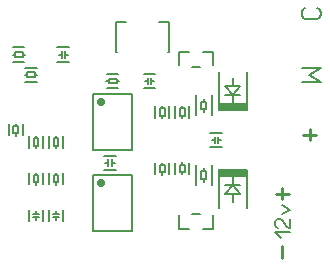
<source format=gbr>
%FSLAX34Y34*%
%MOMM*%
%LNSILK_TOP*%
G71*
G01*
%ADD10C, 0.150*%
%ADD11C, 0.700*%
%ADD12C, 0.222*%
%ADD13C, 0.200*%
%ADD14C, 0.244*%
%ADD15C, 0.167*%
%LPD*%
G54D10*
X170250Y-50000D02*
X161500Y-50000D01*
X161500Y-61500D01*
G54D10*
X181900Y-50000D02*
X190650Y-50000D01*
X190650Y-61500D01*
G54D10*
X172250Y-62750D02*
X179750Y-62750D01*
G54D10*
X181750Y-200000D02*
X190500Y-200000D01*
X190500Y-188500D01*
G54D10*
X170100Y-200000D02*
X161350Y-200000D01*
X161350Y-188500D01*
G54D10*
X179750Y-187250D02*
X172250Y-187250D01*
G54D10*
X158500Y-96250D02*
X158500Y-106000D01*
G54D10*
X170500Y-96250D02*
X170500Y-106000D01*
G54D10*
X164500Y-96000D02*
X164500Y-97750D01*
X162500Y-97750D01*
X162500Y-104250D01*
X166500Y-104250D01*
X166500Y-97750D01*
X164500Y-97750D01*
G54D10*
X164500Y-106250D02*
X164500Y-104250D01*
G54D10*
X170500Y-153750D02*
X170500Y-144000D01*
G54D10*
X158500Y-153750D02*
X158500Y-144000D01*
G54D10*
X164500Y-154000D02*
X164500Y-152250D01*
X166500Y-152250D01*
X166500Y-145750D01*
X162500Y-145750D01*
X162500Y-152250D01*
X164500Y-152250D01*
G54D10*
X164500Y-143750D02*
X164500Y-145750D01*
G54D10*
X88800Y-85650D02*
X122050Y-85650D01*
X122050Y-133150D01*
X88800Y-133150D01*
X88800Y-85650D01*
X96000Y-92500D02*
G54D11*
D03*
G54D10*
X98250Y-150000D02*
X108000Y-150000D01*
G54D10*
X98250Y-138000D02*
X108000Y-138000D01*
G54D10*
X104500Y-146750D02*
X104500Y-141250D01*
G54D10*
X101750Y-146750D02*
X101750Y-141250D01*
G54D10*
X101000Y-144000D02*
X99250Y-144000D01*
G54D10*
X107250Y-144000D02*
X105250Y-144000D01*
G54D10*
X110250Y-69000D02*
X100500Y-69000D01*
G54D10*
X110250Y-81000D02*
X100500Y-81000D01*
G54D10*
X110500Y-75000D02*
X108750Y-75000D01*
X108750Y-73000D01*
X102250Y-73000D01*
X102250Y-77000D01*
X108750Y-77000D01*
X108750Y-75000D01*
G54D10*
X100250Y-75000D02*
X102250Y-75000D01*
G54D10*
X88800Y-154650D02*
X122050Y-154650D01*
X122050Y-202150D01*
X88800Y-202150D01*
X88800Y-154650D01*
X96000Y-161500D02*
G54D11*
D03*
G54D10*
X175803Y-146022D02*
X175803Y-163022D01*
G54D10*
X189803Y-146022D02*
X189803Y-163022D01*
G54D10*
X182678Y-148772D02*
X182678Y-151272D01*
X180678Y-151272D01*
X180678Y-157772D01*
X184678Y-157772D01*
X184678Y-151272D01*
X182678Y-151272D01*
G54D10*
X182678Y-160272D02*
X182678Y-157772D01*
G54D10*
X175803Y-87022D02*
X175803Y-104022D01*
G54D10*
X189803Y-87022D02*
X189803Y-104022D01*
G54D10*
X182678Y-89772D02*
X182678Y-92272D01*
X180678Y-92272D01*
X180678Y-98772D01*
X184678Y-98772D01*
X184678Y-92272D01*
X182678Y-92272D01*
G54D10*
X182678Y-101272D02*
X182678Y-98772D01*
G54D10*
X207024Y-156290D02*
X207024Y-162690D01*
X200724Y-162690D01*
X213424Y-162689D01*
X207024Y-162690D01*
X200724Y-170590D01*
X213424Y-170590D01*
X207024Y-162690D01*
G54D10*
X207024Y-170590D02*
X207024Y-176990D01*
G36*
X194524Y-156490D02*
X219524Y-156490D01*
X219524Y-149689D01*
X194524Y-149690D01*
X194524Y-156490D01*
G37*
G54D10*
X195124Y-150440D02*
X195124Y-182690D01*
G54D10*
X218874Y-150440D02*
X218874Y-182690D01*
G54D10*
X207000Y-93400D02*
X207000Y-87000D01*
X213300Y-87000D01*
X200600Y-87000D01*
X207000Y-87000D01*
X213300Y-79100D01*
X200600Y-79100D01*
X207000Y-87000D01*
G54D10*
X207000Y-79100D02*
X207000Y-72700D01*
G36*
X219500Y-93200D02*
X194500Y-93200D01*
X194500Y-100000D01*
X219500Y-100000D01*
X219500Y-93200D01*
G37*
G54D10*
X218900Y-99250D02*
X218900Y-67000D01*
G54D10*
X195150Y-99250D02*
X195150Y-67000D01*
G54D10*
X51500Y-121750D02*
X51500Y-131500D01*
G54D10*
X63500Y-121750D02*
X63500Y-131500D01*
G54D10*
X57500Y-121500D02*
X57500Y-123250D01*
X55500Y-123250D01*
X55500Y-129750D01*
X59500Y-129750D01*
X59500Y-123250D01*
X57500Y-123250D01*
G54D10*
X57500Y-131750D02*
X57500Y-129750D01*
G54D10*
X51500Y-152750D02*
X51500Y-162500D01*
G54D10*
X63500Y-152750D02*
X63500Y-162500D01*
G54D10*
X57500Y-152500D02*
X57500Y-154250D01*
X55500Y-154250D01*
X55500Y-160750D01*
X59500Y-160750D01*
X59500Y-154250D01*
X57500Y-154250D01*
G54D10*
X57500Y-162750D02*
X57500Y-160750D01*
G54D10*
X34500Y-121750D02*
X34500Y-131500D01*
G54D10*
X46500Y-121750D02*
X46500Y-131500D01*
G54D10*
X40500Y-121500D02*
X40500Y-123250D01*
X38500Y-123250D01*
X38500Y-129750D01*
X42500Y-129750D01*
X42500Y-123250D01*
X40500Y-123250D01*
G54D10*
X40500Y-131750D02*
X40500Y-129750D01*
G54D10*
X34500Y-152750D02*
X34500Y-162500D01*
G54D10*
X46500Y-152750D02*
X46500Y-162500D01*
G54D10*
X40500Y-152500D02*
X40500Y-154250D01*
X38500Y-154250D01*
X38500Y-160750D01*
X42500Y-160750D01*
X42500Y-154250D01*
X40500Y-154250D01*
G54D10*
X40500Y-162750D02*
X40500Y-160750D01*
G54D10*
X34500Y-183750D02*
X34500Y-193500D01*
G54D10*
X46500Y-183750D02*
X46500Y-193500D01*
G54D10*
X37750Y-190000D02*
X43250Y-190000D01*
G54D10*
X37750Y-187250D02*
X43250Y-187250D01*
G54D10*
X40500Y-186500D02*
X40500Y-184750D01*
G54D10*
X40500Y-192750D02*
X40500Y-190750D01*
G54D10*
X51500Y-183750D02*
X51500Y-193500D01*
G54D10*
X63500Y-183750D02*
X63500Y-193500D01*
G54D10*
X54750Y-190000D02*
X60250Y-190000D01*
G54D10*
X54750Y-187250D02*
X60250Y-187250D01*
G54D10*
X57500Y-186500D02*
X57500Y-184750D01*
G54D10*
X57500Y-192750D02*
X57500Y-190750D01*
G54D10*
X141500Y-96250D02*
X141500Y-106000D01*
G54D10*
X153500Y-96250D02*
X153500Y-106000D01*
G54D10*
X147500Y-96000D02*
X147500Y-97750D01*
X145500Y-97750D01*
X145500Y-104250D01*
X149500Y-104250D01*
X149500Y-97750D01*
X147500Y-97750D01*
G54D10*
X147500Y-106250D02*
X147500Y-104250D01*
G54D10*
X141500Y-144250D02*
X141500Y-154000D01*
G54D10*
X153500Y-144250D02*
X153500Y-154000D01*
G54D10*
X147500Y-144000D02*
X147500Y-145750D01*
X145500Y-145750D01*
X145500Y-152250D01*
X149500Y-152250D01*
X149500Y-145750D01*
X147500Y-145750D01*
G54D10*
X147500Y-154250D02*
X147500Y-152250D01*
G54D10*
X17500Y-111250D02*
X17500Y-121000D01*
G54D10*
X29500Y-111250D02*
X29500Y-121000D01*
G54D10*
X23500Y-111000D02*
X23500Y-112750D01*
X21500Y-112750D01*
X21500Y-119250D01*
X25500Y-119250D01*
X25500Y-112750D01*
X23500Y-112750D01*
G54D10*
X23500Y-121250D02*
X23500Y-119250D01*
G54D10*
X152500Y-50000D02*
X153500Y-50000D01*
X153500Y-25000D01*
X145000Y-25000D01*
G54D10*
X109500Y-50000D02*
X108500Y-50000D01*
X108500Y-25000D01*
X117000Y-25000D01*
G54D10*
X131750Y-81000D02*
X141500Y-81000D01*
G54D10*
X131750Y-69000D02*
X141500Y-69000D01*
G54D10*
X138000Y-77750D02*
X138000Y-72250D01*
G54D10*
X135250Y-77750D02*
X135250Y-72250D01*
G54D10*
X134500Y-75000D02*
X132750Y-75000D01*
G54D10*
X140750Y-75000D02*
X138750Y-75000D01*
G54D10*
X58750Y-58500D02*
X68500Y-58500D01*
G54D10*
X58750Y-46500D02*
X68500Y-46500D01*
G54D10*
X65000Y-55250D02*
X65000Y-49750D01*
G54D10*
X62250Y-55250D02*
X62250Y-49750D01*
G54D10*
X61500Y-52500D02*
X59750Y-52500D01*
G54D10*
X67750Y-52500D02*
X65750Y-52500D01*
G54D12*
X254500Y-170222D02*
X243833Y-170222D01*
G54D12*
X249167Y-165778D02*
X249167Y-174667D01*
G54D12*
X249167Y-225056D02*
X249167Y-214389D01*
G54D13*
X265681Y-75666D02*
X281681Y-75666D01*
X271681Y-69666D01*
X281681Y-63666D01*
X265681Y-63666D01*
G54D13*
X278500Y-12900D02*
X280500Y-14100D01*
X281500Y-16500D01*
X281500Y-18900D01*
X280500Y-21300D01*
X278500Y-22500D01*
X268500Y-22500D01*
X266500Y-21300D01*
X265500Y-18900D01*
X265500Y-16500D01*
X266500Y-14100D01*
X268500Y-12900D01*
G54D14*
X278033Y-120222D02*
X266300Y-120222D01*
G54D14*
X272166Y-115334D02*
X272166Y-125111D01*
G54D10*
X188250Y-131000D02*
X198000Y-131000D01*
G54D10*
X188250Y-119000D02*
X198000Y-119000D01*
G54D10*
X194500Y-127750D02*
X194500Y-122250D01*
G54D10*
X191750Y-127750D02*
X191750Y-122250D01*
G54D10*
X191000Y-125000D02*
X189250Y-125000D01*
G54D10*
X197250Y-125000D02*
X195250Y-125000D01*
G54D15*
X247670Y-208147D02*
X242670Y-203147D01*
X256004Y-203147D01*
G54D15*
X256004Y-191480D02*
X256004Y-199480D01*
X255170Y-199480D01*
X253504Y-198480D01*
X248504Y-192480D01*
X246837Y-191480D01*
X245170Y-191480D01*
X243504Y-192480D01*
X242670Y-194480D01*
X242670Y-196480D01*
X243504Y-198480D01*
X245170Y-199480D01*
G54D15*
X248504Y-187813D02*
X256004Y-183813D01*
X248504Y-179813D01*
G54D10*
X30750Y-46500D02*
X21000Y-46500D01*
G54D10*
X30750Y-58500D02*
X21000Y-58500D01*
G54D10*
X31000Y-52500D02*
X29250Y-52500D01*
X29250Y-50500D01*
X22750Y-50500D01*
X22750Y-54500D01*
X29250Y-54500D01*
X29250Y-52500D01*
G54D10*
X20750Y-52500D02*
X22750Y-52500D01*
G54D10*
X41250Y-63500D02*
X31500Y-63500D01*
G54D10*
X41250Y-75500D02*
X31500Y-75500D01*
G54D10*
X41500Y-69500D02*
X39750Y-69500D01*
X39750Y-67500D01*
X33250Y-67500D01*
X33250Y-71500D01*
X39750Y-71500D01*
X39750Y-69500D01*
G54D10*
X31250Y-69500D02*
X33250Y-69500D01*
M02*

</source>
